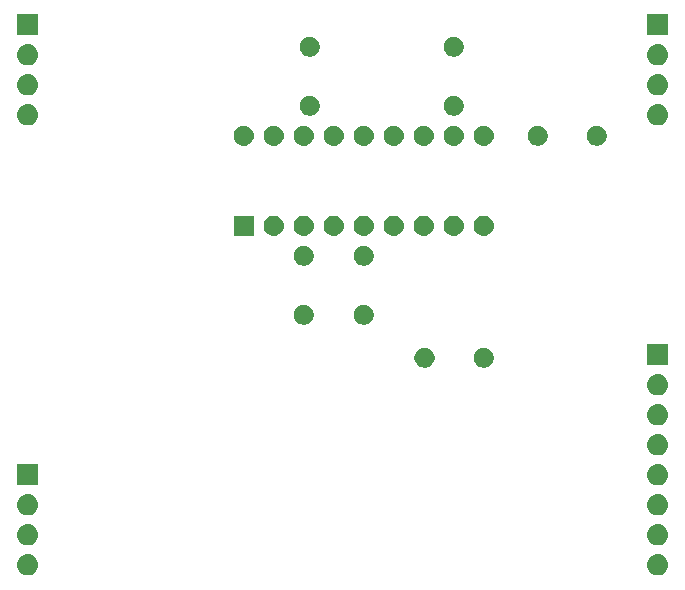
<source format=gbs>
G04 #@! TF.GenerationSoftware,KiCad,Pcbnew,5.1.2-f72e74a~84~ubuntu18.04.1*
G04 #@! TF.CreationDate,2019-06-17T21:00:12-04:00*
G04 #@! TF.ProjectId,CEM3320_LPF_plug_in_board,43454d33-3332-4305-9f4c-50465f706c75,1*
G04 #@! TF.SameCoordinates,Original*
G04 #@! TF.FileFunction,Soldermask,Bot*
G04 #@! TF.FilePolarity,Negative*
%FSLAX46Y46*%
G04 Gerber Fmt 4.6, Leading zero omitted, Abs format (unit mm)*
G04 Created by KiCad (PCBNEW 5.1.2-f72e74a~84~ubuntu18.04.1) date 2019-06-17 21:00:12*
%MOMM*%
%LPD*%
G04 APERTURE LIST*
%ADD10C,0.100000*%
G04 APERTURE END LIST*
D10*
G36*
X182990442Y-123565518D02*
G01*
X183056627Y-123572037D01*
X183226466Y-123623557D01*
X183382991Y-123707222D01*
X183418729Y-123736552D01*
X183520186Y-123819814D01*
X183603448Y-123921271D01*
X183632778Y-123957009D01*
X183716443Y-124113534D01*
X183767963Y-124283373D01*
X183785359Y-124460000D01*
X183767963Y-124636627D01*
X183716443Y-124806466D01*
X183632778Y-124962991D01*
X183603448Y-124998729D01*
X183520186Y-125100186D01*
X183418729Y-125183448D01*
X183382991Y-125212778D01*
X183226466Y-125296443D01*
X183056627Y-125347963D01*
X182990442Y-125354482D01*
X182924260Y-125361000D01*
X182835740Y-125361000D01*
X182769558Y-125354482D01*
X182703373Y-125347963D01*
X182533534Y-125296443D01*
X182377009Y-125212778D01*
X182341271Y-125183448D01*
X182239814Y-125100186D01*
X182156552Y-124998729D01*
X182127222Y-124962991D01*
X182043557Y-124806466D01*
X181992037Y-124636627D01*
X181974641Y-124460000D01*
X181992037Y-124283373D01*
X182043557Y-124113534D01*
X182127222Y-123957009D01*
X182156552Y-123921271D01*
X182239814Y-123819814D01*
X182341271Y-123736552D01*
X182377009Y-123707222D01*
X182533534Y-123623557D01*
X182703373Y-123572037D01*
X182769558Y-123565518D01*
X182835740Y-123559000D01*
X182924260Y-123559000D01*
X182990442Y-123565518D01*
X182990442Y-123565518D01*
G37*
G36*
X129650442Y-123565518D02*
G01*
X129716627Y-123572037D01*
X129886466Y-123623557D01*
X130042991Y-123707222D01*
X130078729Y-123736552D01*
X130180186Y-123819814D01*
X130263448Y-123921271D01*
X130292778Y-123957009D01*
X130376443Y-124113534D01*
X130427963Y-124283373D01*
X130445359Y-124460000D01*
X130427963Y-124636627D01*
X130376443Y-124806466D01*
X130292778Y-124962991D01*
X130263448Y-124998729D01*
X130180186Y-125100186D01*
X130078729Y-125183448D01*
X130042991Y-125212778D01*
X129886466Y-125296443D01*
X129716627Y-125347963D01*
X129650442Y-125354482D01*
X129584260Y-125361000D01*
X129495740Y-125361000D01*
X129429558Y-125354482D01*
X129363373Y-125347963D01*
X129193534Y-125296443D01*
X129037009Y-125212778D01*
X129001271Y-125183448D01*
X128899814Y-125100186D01*
X128816552Y-124998729D01*
X128787222Y-124962991D01*
X128703557Y-124806466D01*
X128652037Y-124636627D01*
X128634641Y-124460000D01*
X128652037Y-124283373D01*
X128703557Y-124113534D01*
X128787222Y-123957009D01*
X128816552Y-123921271D01*
X128899814Y-123819814D01*
X129001271Y-123736552D01*
X129037009Y-123707222D01*
X129193534Y-123623557D01*
X129363373Y-123572037D01*
X129429558Y-123565518D01*
X129495740Y-123559000D01*
X129584260Y-123559000D01*
X129650442Y-123565518D01*
X129650442Y-123565518D01*
G37*
G36*
X182990442Y-121025518D02*
G01*
X183056627Y-121032037D01*
X183226466Y-121083557D01*
X183382991Y-121167222D01*
X183418729Y-121196552D01*
X183520186Y-121279814D01*
X183603448Y-121381271D01*
X183632778Y-121417009D01*
X183716443Y-121573534D01*
X183767963Y-121743373D01*
X183785359Y-121920000D01*
X183767963Y-122096627D01*
X183716443Y-122266466D01*
X183632778Y-122422991D01*
X183603448Y-122458729D01*
X183520186Y-122560186D01*
X183418729Y-122643448D01*
X183382991Y-122672778D01*
X183226466Y-122756443D01*
X183056627Y-122807963D01*
X182990443Y-122814481D01*
X182924260Y-122821000D01*
X182835740Y-122821000D01*
X182769557Y-122814481D01*
X182703373Y-122807963D01*
X182533534Y-122756443D01*
X182377009Y-122672778D01*
X182341271Y-122643448D01*
X182239814Y-122560186D01*
X182156552Y-122458729D01*
X182127222Y-122422991D01*
X182043557Y-122266466D01*
X181992037Y-122096627D01*
X181974641Y-121920000D01*
X181992037Y-121743373D01*
X182043557Y-121573534D01*
X182127222Y-121417009D01*
X182156552Y-121381271D01*
X182239814Y-121279814D01*
X182341271Y-121196552D01*
X182377009Y-121167222D01*
X182533534Y-121083557D01*
X182703373Y-121032037D01*
X182769558Y-121025518D01*
X182835740Y-121019000D01*
X182924260Y-121019000D01*
X182990442Y-121025518D01*
X182990442Y-121025518D01*
G37*
G36*
X129650442Y-121025518D02*
G01*
X129716627Y-121032037D01*
X129886466Y-121083557D01*
X130042991Y-121167222D01*
X130078729Y-121196552D01*
X130180186Y-121279814D01*
X130263448Y-121381271D01*
X130292778Y-121417009D01*
X130376443Y-121573534D01*
X130427963Y-121743373D01*
X130445359Y-121920000D01*
X130427963Y-122096627D01*
X130376443Y-122266466D01*
X130292778Y-122422991D01*
X130263448Y-122458729D01*
X130180186Y-122560186D01*
X130078729Y-122643448D01*
X130042991Y-122672778D01*
X129886466Y-122756443D01*
X129716627Y-122807963D01*
X129650443Y-122814481D01*
X129584260Y-122821000D01*
X129495740Y-122821000D01*
X129429557Y-122814481D01*
X129363373Y-122807963D01*
X129193534Y-122756443D01*
X129037009Y-122672778D01*
X129001271Y-122643448D01*
X128899814Y-122560186D01*
X128816552Y-122458729D01*
X128787222Y-122422991D01*
X128703557Y-122266466D01*
X128652037Y-122096627D01*
X128634641Y-121920000D01*
X128652037Y-121743373D01*
X128703557Y-121573534D01*
X128787222Y-121417009D01*
X128816552Y-121381271D01*
X128899814Y-121279814D01*
X129001271Y-121196552D01*
X129037009Y-121167222D01*
X129193534Y-121083557D01*
X129363373Y-121032037D01*
X129429558Y-121025518D01*
X129495740Y-121019000D01*
X129584260Y-121019000D01*
X129650442Y-121025518D01*
X129650442Y-121025518D01*
G37*
G36*
X129650442Y-118485518D02*
G01*
X129716627Y-118492037D01*
X129886466Y-118543557D01*
X130042991Y-118627222D01*
X130078729Y-118656552D01*
X130180186Y-118739814D01*
X130263448Y-118841271D01*
X130292778Y-118877009D01*
X130376443Y-119033534D01*
X130427963Y-119203373D01*
X130445359Y-119380000D01*
X130427963Y-119556627D01*
X130376443Y-119726466D01*
X130292778Y-119882991D01*
X130263448Y-119918729D01*
X130180186Y-120020186D01*
X130078729Y-120103448D01*
X130042991Y-120132778D01*
X129886466Y-120216443D01*
X129716627Y-120267963D01*
X129650442Y-120274482D01*
X129584260Y-120281000D01*
X129495740Y-120281000D01*
X129429558Y-120274482D01*
X129363373Y-120267963D01*
X129193534Y-120216443D01*
X129037009Y-120132778D01*
X129001271Y-120103448D01*
X128899814Y-120020186D01*
X128816552Y-119918729D01*
X128787222Y-119882991D01*
X128703557Y-119726466D01*
X128652037Y-119556627D01*
X128634641Y-119380000D01*
X128652037Y-119203373D01*
X128703557Y-119033534D01*
X128787222Y-118877009D01*
X128816552Y-118841271D01*
X128899814Y-118739814D01*
X129001271Y-118656552D01*
X129037009Y-118627222D01*
X129193534Y-118543557D01*
X129363373Y-118492037D01*
X129429558Y-118485518D01*
X129495740Y-118479000D01*
X129584260Y-118479000D01*
X129650442Y-118485518D01*
X129650442Y-118485518D01*
G37*
G36*
X182990442Y-118485518D02*
G01*
X183056627Y-118492037D01*
X183226466Y-118543557D01*
X183382991Y-118627222D01*
X183418729Y-118656552D01*
X183520186Y-118739814D01*
X183603448Y-118841271D01*
X183632778Y-118877009D01*
X183716443Y-119033534D01*
X183767963Y-119203373D01*
X183785359Y-119380000D01*
X183767963Y-119556627D01*
X183716443Y-119726466D01*
X183632778Y-119882991D01*
X183603448Y-119918729D01*
X183520186Y-120020186D01*
X183418729Y-120103448D01*
X183382991Y-120132778D01*
X183226466Y-120216443D01*
X183056627Y-120267963D01*
X182990442Y-120274482D01*
X182924260Y-120281000D01*
X182835740Y-120281000D01*
X182769558Y-120274482D01*
X182703373Y-120267963D01*
X182533534Y-120216443D01*
X182377009Y-120132778D01*
X182341271Y-120103448D01*
X182239814Y-120020186D01*
X182156552Y-119918729D01*
X182127222Y-119882991D01*
X182043557Y-119726466D01*
X181992037Y-119556627D01*
X181974641Y-119380000D01*
X181992037Y-119203373D01*
X182043557Y-119033534D01*
X182127222Y-118877009D01*
X182156552Y-118841271D01*
X182239814Y-118739814D01*
X182341271Y-118656552D01*
X182377009Y-118627222D01*
X182533534Y-118543557D01*
X182703373Y-118492037D01*
X182769558Y-118485518D01*
X182835740Y-118479000D01*
X182924260Y-118479000D01*
X182990442Y-118485518D01*
X182990442Y-118485518D01*
G37*
G36*
X182990442Y-115945518D02*
G01*
X183056627Y-115952037D01*
X183226466Y-116003557D01*
X183382991Y-116087222D01*
X183418729Y-116116552D01*
X183520186Y-116199814D01*
X183603448Y-116301271D01*
X183632778Y-116337009D01*
X183716443Y-116493534D01*
X183767963Y-116663373D01*
X183785359Y-116840000D01*
X183767963Y-117016627D01*
X183716443Y-117186466D01*
X183632778Y-117342991D01*
X183603448Y-117378729D01*
X183520186Y-117480186D01*
X183418729Y-117563448D01*
X183382991Y-117592778D01*
X183226466Y-117676443D01*
X183056627Y-117727963D01*
X182990442Y-117734482D01*
X182924260Y-117741000D01*
X182835740Y-117741000D01*
X182769558Y-117734482D01*
X182703373Y-117727963D01*
X182533534Y-117676443D01*
X182377009Y-117592778D01*
X182341271Y-117563448D01*
X182239814Y-117480186D01*
X182156552Y-117378729D01*
X182127222Y-117342991D01*
X182043557Y-117186466D01*
X181992037Y-117016627D01*
X181974641Y-116840000D01*
X181992037Y-116663373D01*
X182043557Y-116493534D01*
X182127222Y-116337009D01*
X182156552Y-116301271D01*
X182239814Y-116199814D01*
X182341271Y-116116552D01*
X182377009Y-116087222D01*
X182533534Y-116003557D01*
X182703373Y-115952037D01*
X182769558Y-115945518D01*
X182835740Y-115939000D01*
X182924260Y-115939000D01*
X182990442Y-115945518D01*
X182990442Y-115945518D01*
G37*
G36*
X130441000Y-117741000D02*
G01*
X128639000Y-117741000D01*
X128639000Y-115939000D01*
X130441000Y-115939000D01*
X130441000Y-117741000D01*
X130441000Y-117741000D01*
G37*
G36*
X182990443Y-113405519D02*
G01*
X183056627Y-113412037D01*
X183226466Y-113463557D01*
X183382991Y-113547222D01*
X183418729Y-113576552D01*
X183520186Y-113659814D01*
X183603448Y-113761271D01*
X183632778Y-113797009D01*
X183716443Y-113953534D01*
X183767963Y-114123373D01*
X183785359Y-114300000D01*
X183767963Y-114476627D01*
X183716443Y-114646466D01*
X183632778Y-114802991D01*
X183603448Y-114838729D01*
X183520186Y-114940186D01*
X183418729Y-115023448D01*
X183382991Y-115052778D01*
X183226466Y-115136443D01*
X183056627Y-115187963D01*
X182990442Y-115194482D01*
X182924260Y-115201000D01*
X182835740Y-115201000D01*
X182769558Y-115194482D01*
X182703373Y-115187963D01*
X182533534Y-115136443D01*
X182377009Y-115052778D01*
X182341271Y-115023448D01*
X182239814Y-114940186D01*
X182156552Y-114838729D01*
X182127222Y-114802991D01*
X182043557Y-114646466D01*
X181992037Y-114476627D01*
X181974641Y-114300000D01*
X181992037Y-114123373D01*
X182043557Y-113953534D01*
X182127222Y-113797009D01*
X182156552Y-113761271D01*
X182239814Y-113659814D01*
X182341271Y-113576552D01*
X182377009Y-113547222D01*
X182533534Y-113463557D01*
X182703373Y-113412037D01*
X182769557Y-113405519D01*
X182835740Y-113399000D01*
X182924260Y-113399000D01*
X182990443Y-113405519D01*
X182990443Y-113405519D01*
G37*
G36*
X182990442Y-110865518D02*
G01*
X183056627Y-110872037D01*
X183226466Y-110923557D01*
X183382991Y-111007222D01*
X183418729Y-111036552D01*
X183520186Y-111119814D01*
X183603448Y-111221271D01*
X183632778Y-111257009D01*
X183716443Y-111413534D01*
X183767963Y-111583373D01*
X183785359Y-111760000D01*
X183767963Y-111936627D01*
X183716443Y-112106466D01*
X183632778Y-112262991D01*
X183603448Y-112298729D01*
X183520186Y-112400186D01*
X183418729Y-112483448D01*
X183382991Y-112512778D01*
X183226466Y-112596443D01*
X183056627Y-112647963D01*
X182990442Y-112654482D01*
X182924260Y-112661000D01*
X182835740Y-112661000D01*
X182769558Y-112654482D01*
X182703373Y-112647963D01*
X182533534Y-112596443D01*
X182377009Y-112512778D01*
X182341271Y-112483448D01*
X182239814Y-112400186D01*
X182156552Y-112298729D01*
X182127222Y-112262991D01*
X182043557Y-112106466D01*
X181992037Y-111936627D01*
X181974641Y-111760000D01*
X181992037Y-111583373D01*
X182043557Y-111413534D01*
X182127222Y-111257009D01*
X182156552Y-111221271D01*
X182239814Y-111119814D01*
X182341271Y-111036552D01*
X182377009Y-111007222D01*
X182533534Y-110923557D01*
X182703373Y-110872037D01*
X182769558Y-110865518D01*
X182835740Y-110859000D01*
X182924260Y-110859000D01*
X182990442Y-110865518D01*
X182990442Y-110865518D01*
G37*
G36*
X182990443Y-108325519D02*
G01*
X183056627Y-108332037D01*
X183226466Y-108383557D01*
X183382991Y-108467222D01*
X183418729Y-108496552D01*
X183520186Y-108579814D01*
X183603448Y-108681271D01*
X183632778Y-108717009D01*
X183716443Y-108873534D01*
X183767963Y-109043373D01*
X183785359Y-109220000D01*
X183767963Y-109396627D01*
X183716443Y-109566466D01*
X183632778Y-109722991D01*
X183603448Y-109758729D01*
X183520186Y-109860186D01*
X183418729Y-109943448D01*
X183382991Y-109972778D01*
X183226466Y-110056443D01*
X183056627Y-110107963D01*
X182990443Y-110114481D01*
X182924260Y-110121000D01*
X182835740Y-110121000D01*
X182769557Y-110114481D01*
X182703373Y-110107963D01*
X182533534Y-110056443D01*
X182377009Y-109972778D01*
X182341271Y-109943448D01*
X182239814Y-109860186D01*
X182156552Y-109758729D01*
X182127222Y-109722991D01*
X182043557Y-109566466D01*
X181992037Y-109396627D01*
X181974641Y-109220000D01*
X181992037Y-109043373D01*
X182043557Y-108873534D01*
X182127222Y-108717009D01*
X182156552Y-108681271D01*
X182239814Y-108579814D01*
X182341271Y-108496552D01*
X182377009Y-108467222D01*
X182533534Y-108383557D01*
X182703373Y-108332037D01*
X182769557Y-108325519D01*
X182835740Y-108319000D01*
X182924260Y-108319000D01*
X182990443Y-108325519D01*
X182990443Y-108325519D01*
G37*
G36*
X168396228Y-106115703D02*
G01*
X168551100Y-106179853D01*
X168690481Y-106272985D01*
X168809015Y-106391519D01*
X168902147Y-106530900D01*
X168966297Y-106685772D01*
X168999000Y-106850184D01*
X168999000Y-107017816D01*
X168966297Y-107182228D01*
X168902147Y-107337100D01*
X168809015Y-107476481D01*
X168690481Y-107595015D01*
X168551100Y-107688147D01*
X168396228Y-107752297D01*
X168231816Y-107785000D01*
X168064184Y-107785000D01*
X167899772Y-107752297D01*
X167744900Y-107688147D01*
X167605519Y-107595015D01*
X167486985Y-107476481D01*
X167393853Y-107337100D01*
X167329703Y-107182228D01*
X167297000Y-107017816D01*
X167297000Y-106850184D01*
X167329703Y-106685772D01*
X167393853Y-106530900D01*
X167486985Y-106391519D01*
X167605519Y-106272985D01*
X167744900Y-106179853D01*
X167899772Y-106115703D01*
X168064184Y-106083000D01*
X168231816Y-106083000D01*
X168396228Y-106115703D01*
X168396228Y-106115703D01*
G37*
G36*
X163396228Y-106115703D02*
G01*
X163551100Y-106179853D01*
X163690481Y-106272985D01*
X163809015Y-106391519D01*
X163902147Y-106530900D01*
X163966297Y-106685772D01*
X163999000Y-106850184D01*
X163999000Y-107017816D01*
X163966297Y-107182228D01*
X163902147Y-107337100D01*
X163809015Y-107476481D01*
X163690481Y-107595015D01*
X163551100Y-107688147D01*
X163396228Y-107752297D01*
X163231816Y-107785000D01*
X163064184Y-107785000D01*
X162899772Y-107752297D01*
X162744900Y-107688147D01*
X162605519Y-107595015D01*
X162486985Y-107476481D01*
X162393853Y-107337100D01*
X162329703Y-107182228D01*
X162297000Y-107017816D01*
X162297000Y-106850184D01*
X162329703Y-106685772D01*
X162393853Y-106530900D01*
X162486985Y-106391519D01*
X162605519Y-106272985D01*
X162744900Y-106179853D01*
X162899772Y-106115703D01*
X163064184Y-106083000D01*
X163231816Y-106083000D01*
X163396228Y-106115703D01*
X163396228Y-106115703D01*
G37*
G36*
X183781000Y-107581000D02*
G01*
X181979000Y-107581000D01*
X181979000Y-105779000D01*
X183781000Y-105779000D01*
X183781000Y-107581000D01*
X183781000Y-107581000D01*
G37*
G36*
X153156228Y-102479703D02*
G01*
X153311100Y-102543853D01*
X153450481Y-102636985D01*
X153569015Y-102755519D01*
X153662147Y-102894900D01*
X153726297Y-103049772D01*
X153759000Y-103214184D01*
X153759000Y-103381816D01*
X153726297Y-103546228D01*
X153662147Y-103701100D01*
X153569015Y-103840481D01*
X153450481Y-103959015D01*
X153311100Y-104052147D01*
X153156228Y-104116297D01*
X152991816Y-104149000D01*
X152824184Y-104149000D01*
X152659772Y-104116297D01*
X152504900Y-104052147D01*
X152365519Y-103959015D01*
X152246985Y-103840481D01*
X152153853Y-103701100D01*
X152089703Y-103546228D01*
X152057000Y-103381816D01*
X152057000Y-103214184D01*
X152089703Y-103049772D01*
X152153853Y-102894900D01*
X152246985Y-102755519D01*
X152365519Y-102636985D01*
X152504900Y-102543853D01*
X152659772Y-102479703D01*
X152824184Y-102447000D01*
X152991816Y-102447000D01*
X153156228Y-102479703D01*
X153156228Y-102479703D01*
G37*
G36*
X158236228Y-102479703D02*
G01*
X158391100Y-102543853D01*
X158530481Y-102636985D01*
X158649015Y-102755519D01*
X158742147Y-102894900D01*
X158806297Y-103049772D01*
X158839000Y-103214184D01*
X158839000Y-103381816D01*
X158806297Y-103546228D01*
X158742147Y-103701100D01*
X158649015Y-103840481D01*
X158530481Y-103959015D01*
X158391100Y-104052147D01*
X158236228Y-104116297D01*
X158071816Y-104149000D01*
X157904184Y-104149000D01*
X157739772Y-104116297D01*
X157584900Y-104052147D01*
X157445519Y-103959015D01*
X157326985Y-103840481D01*
X157233853Y-103701100D01*
X157169703Y-103546228D01*
X157137000Y-103381816D01*
X157137000Y-103214184D01*
X157169703Y-103049772D01*
X157233853Y-102894900D01*
X157326985Y-102755519D01*
X157445519Y-102636985D01*
X157584900Y-102543853D01*
X157739772Y-102479703D01*
X157904184Y-102447000D01*
X158071816Y-102447000D01*
X158236228Y-102479703D01*
X158236228Y-102479703D01*
G37*
G36*
X153156228Y-97479703D02*
G01*
X153311100Y-97543853D01*
X153450481Y-97636985D01*
X153569015Y-97755519D01*
X153662147Y-97894900D01*
X153726297Y-98049772D01*
X153759000Y-98214184D01*
X153759000Y-98381816D01*
X153726297Y-98546228D01*
X153662147Y-98701100D01*
X153569015Y-98840481D01*
X153450481Y-98959015D01*
X153311100Y-99052147D01*
X153156228Y-99116297D01*
X152991816Y-99149000D01*
X152824184Y-99149000D01*
X152659772Y-99116297D01*
X152504900Y-99052147D01*
X152365519Y-98959015D01*
X152246985Y-98840481D01*
X152153853Y-98701100D01*
X152089703Y-98546228D01*
X152057000Y-98381816D01*
X152057000Y-98214184D01*
X152089703Y-98049772D01*
X152153853Y-97894900D01*
X152246985Y-97755519D01*
X152365519Y-97636985D01*
X152504900Y-97543853D01*
X152659772Y-97479703D01*
X152824184Y-97447000D01*
X152991816Y-97447000D01*
X153156228Y-97479703D01*
X153156228Y-97479703D01*
G37*
G36*
X158236228Y-97479703D02*
G01*
X158391100Y-97543853D01*
X158530481Y-97636985D01*
X158649015Y-97755519D01*
X158742147Y-97894900D01*
X158806297Y-98049772D01*
X158839000Y-98214184D01*
X158839000Y-98381816D01*
X158806297Y-98546228D01*
X158742147Y-98701100D01*
X158649015Y-98840481D01*
X158530481Y-98959015D01*
X158391100Y-99052147D01*
X158236228Y-99116297D01*
X158071816Y-99149000D01*
X157904184Y-99149000D01*
X157739772Y-99116297D01*
X157584900Y-99052147D01*
X157445519Y-98959015D01*
X157326985Y-98840481D01*
X157233853Y-98701100D01*
X157169703Y-98546228D01*
X157137000Y-98381816D01*
X157137000Y-98214184D01*
X157169703Y-98049772D01*
X157233853Y-97894900D01*
X157326985Y-97755519D01*
X157445519Y-97636985D01*
X157584900Y-97543853D01*
X157739772Y-97479703D01*
X157904184Y-97447000D01*
X158071816Y-97447000D01*
X158236228Y-97479703D01*
X158236228Y-97479703D01*
G37*
G36*
X168314823Y-94919313D02*
G01*
X168475242Y-94967976D01*
X168607906Y-95038886D01*
X168623078Y-95046996D01*
X168752659Y-95153341D01*
X168859004Y-95282922D01*
X168859005Y-95282924D01*
X168938024Y-95430758D01*
X168986687Y-95591177D01*
X169003117Y-95758000D01*
X168986687Y-95924823D01*
X168938024Y-96085242D01*
X168867114Y-96217906D01*
X168859004Y-96233078D01*
X168752659Y-96362659D01*
X168623078Y-96469004D01*
X168623076Y-96469005D01*
X168475242Y-96548024D01*
X168314823Y-96596687D01*
X168189804Y-96609000D01*
X168106196Y-96609000D01*
X167981177Y-96596687D01*
X167820758Y-96548024D01*
X167672924Y-96469005D01*
X167672922Y-96469004D01*
X167543341Y-96362659D01*
X167436996Y-96233078D01*
X167428886Y-96217906D01*
X167357976Y-96085242D01*
X167309313Y-95924823D01*
X167292883Y-95758000D01*
X167309313Y-95591177D01*
X167357976Y-95430758D01*
X167436995Y-95282924D01*
X167436996Y-95282922D01*
X167543341Y-95153341D01*
X167672922Y-95046996D01*
X167688094Y-95038886D01*
X167820758Y-94967976D01*
X167981177Y-94919313D01*
X168106196Y-94907000D01*
X168189804Y-94907000D01*
X168314823Y-94919313D01*
X168314823Y-94919313D01*
G37*
G36*
X150534823Y-94919313D02*
G01*
X150695242Y-94967976D01*
X150827906Y-95038886D01*
X150843078Y-95046996D01*
X150972659Y-95153341D01*
X151079004Y-95282922D01*
X151079005Y-95282924D01*
X151158024Y-95430758D01*
X151206687Y-95591177D01*
X151223117Y-95758000D01*
X151206687Y-95924823D01*
X151158024Y-96085242D01*
X151087114Y-96217906D01*
X151079004Y-96233078D01*
X150972659Y-96362659D01*
X150843078Y-96469004D01*
X150843076Y-96469005D01*
X150695242Y-96548024D01*
X150534823Y-96596687D01*
X150409804Y-96609000D01*
X150326196Y-96609000D01*
X150201177Y-96596687D01*
X150040758Y-96548024D01*
X149892924Y-96469005D01*
X149892922Y-96469004D01*
X149763341Y-96362659D01*
X149656996Y-96233078D01*
X149648886Y-96217906D01*
X149577976Y-96085242D01*
X149529313Y-95924823D01*
X149512883Y-95758000D01*
X149529313Y-95591177D01*
X149577976Y-95430758D01*
X149656995Y-95282924D01*
X149656996Y-95282922D01*
X149763341Y-95153341D01*
X149892922Y-95046996D01*
X149908094Y-95038886D01*
X150040758Y-94967976D01*
X150201177Y-94919313D01*
X150326196Y-94907000D01*
X150409804Y-94907000D01*
X150534823Y-94919313D01*
X150534823Y-94919313D01*
G37*
G36*
X153074823Y-94919313D02*
G01*
X153235242Y-94967976D01*
X153367906Y-95038886D01*
X153383078Y-95046996D01*
X153512659Y-95153341D01*
X153619004Y-95282922D01*
X153619005Y-95282924D01*
X153698024Y-95430758D01*
X153746687Y-95591177D01*
X153763117Y-95758000D01*
X153746687Y-95924823D01*
X153698024Y-96085242D01*
X153627114Y-96217906D01*
X153619004Y-96233078D01*
X153512659Y-96362659D01*
X153383078Y-96469004D01*
X153383076Y-96469005D01*
X153235242Y-96548024D01*
X153074823Y-96596687D01*
X152949804Y-96609000D01*
X152866196Y-96609000D01*
X152741177Y-96596687D01*
X152580758Y-96548024D01*
X152432924Y-96469005D01*
X152432922Y-96469004D01*
X152303341Y-96362659D01*
X152196996Y-96233078D01*
X152188886Y-96217906D01*
X152117976Y-96085242D01*
X152069313Y-95924823D01*
X152052883Y-95758000D01*
X152069313Y-95591177D01*
X152117976Y-95430758D01*
X152196995Y-95282924D01*
X152196996Y-95282922D01*
X152303341Y-95153341D01*
X152432922Y-95046996D01*
X152448094Y-95038886D01*
X152580758Y-94967976D01*
X152741177Y-94919313D01*
X152866196Y-94907000D01*
X152949804Y-94907000D01*
X153074823Y-94919313D01*
X153074823Y-94919313D01*
G37*
G36*
X155614823Y-94919313D02*
G01*
X155775242Y-94967976D01*
X155907906Y-95038886D01*
X155923078Y-95046996D01*
X156052659Y-95153341D01*
X156159004Y-95282922D01*
X156159005Y-95282924D01*
X156238024Y-95430758D01*
X156286687Y-95591177D01*
X156303117Y-95758000D01*
X156286687Y-95924823D01*
X156238024Y-96085242D01*
X156167114Y-96217906D01*
X156159004Y-96233078D01*
X156052659Y-96362659D01*
X155923078Y-96469004D01*
X155923076Y-96469005D01*
X155775242Y-96548024D01*
X155614823Y-96596687D01*
X155489804Y-96609000D01*
X155406196Y-96609000D01*
X155281177Y-96596687D01*
X155120758Y-96548024D01*
X154972924Y-96469005D01*
X154972922Y-96469004D01*
X154843341Y-96362659D01*
X154736996Y-96233078D01*
X154728886Y-96217906D01*
X154657976Y-96085242D01*
X154609313Y-95924823D01*
X154592883Y-95758000D01*
X154609313Y-95591177D01*
X154657976Y-95430758D01*
X154736995Y-95282924D01*
X154736996Y-95282922D01*
X154843341Y-95153341D01*
X154972922Y-95046996D01*
X154988094Y-95038886D01*
X155120758Y-94967976D01*
X155281177Y-94919313D01*
X155406196Y-94907000D01*
X155489804Y-94907000D01*
X155614823Y-94919313D01*
X155614823Y-94919313D01*
G37*
G36*
X160694823Y-94919313D02*
G01*
X160855242Y-94967976D01*
X160987906Y-95038886D01*
X161003078Y-95046996D01*
X161132659Y-95153341D01*
X161239004Y-95282922D01*
X161239005Y-95282924D01*
X161318024Y-95430758D01*
X161366687Y-95591177D01*
X161383117Y-95758000D01*
X161366687Y-95924823D01*
X161318024Y-96085242D01*
X161247114Y-96217906D01*
X161239004Y-96233078D01*
X161132659Y-96362659D01*
X161003078Y-96469004D01*
X161003076Y-96469005D01*
X160855242Y-96548024D01*
X160694823Y-96596687D01*
X160569804Y-96609000D01*
X160486196Y-96609000D01*
X160361177Y-96596687D01*
X160200758Y-96548024D01*
X160052924Y-96469005D01*
X160052922Y-96469004D01*
X159923341Y-96362659D01*
X159816996Y-96233078D01*
X159808886Y-96217906D01*
X159737976Y-96085242D01*
X159689313Y-95924823D01*
X159672883Y-95758000D01*
X159689313Y-95591177D01*
X159737976Y-95430758D01*
X159816995Y-95282924D01*
X159816996Y-95282922D01*
X159923341Y-95153341D01*
X160052922Y-95046996D01*
X160068094Y-95038886D01*
X160200758Y-94967976D01*
X160361177Y-94919313D01*
X160486196Y-94907000D01*
X160569804Y-94907000D01*
X160694823Y-94919313D01*
X160694823Y-94919313D01*
G37*
G36*
X163234823Y-94919313D02*
G01*
X163395242Y-94967976D01*
X163527906Y-95038886D01*
X163543078Y-95046996D01*
X163672659Y-95153341D01*
X163779004Y-95282922D01*
X163779005Y-95282924D01*
X163858024Y-95430758D01*
X163906687Y-95591177D01*
X163923117Y-95758000D01*
X163906687Y-95924823D01*
X163858024Y-96085242D01*
X163787114Y-96217906D01*
X163779004Y-96233078D01*
X163672659Y-96362659D01*
X163543078Y-96469004D01*
X163543076Y-96469005D01*
X163395242Y-96548024D01*
X163234823Y-96596687D01*
X163109804Y-96609000D01*
X163026196Y-96609000D01*
X162901177Y-96596687D01*
X162740758Y-96548024D01*
X162592924Y-96469005D01*
X162592922Y-96469004D01*
X162463341Y-96362659D01*
X162356996Y-96233078D01*
X162348886Y-96217906D01*
X162277976Y-96085242D01*
X162229313Y-95924823D01*
X162212883Y-95758000D01*
X162229313Y-95591177D01*
X162277976Y-95430758D01*
X162356995Y-95282924D01*
X162356996Y-95282922D01*
X162463341Y-95153341D01*
X162592922Y-95046996D01*
X162608094Y-95038886D01*
X162740758Y-94967976D01*
X162901177Y-94919313D01*
X163026196Y-94907000D01*
X163109804Y-94907000D01*
X163234823Y-94919313D01*
X163234823Y-94919313D01*
G37*
G36*
X148679000Y-96609000D02*
G01*
X146977000Y-96609000D01*
X146977000Y-94907000D01*
X148679000Y-94907000D01*
X148679000Y-96609000D01*
X148679000Y-96609000D01*
G37*
G36*
X165774823Y-94919313D02*
G01*
X165935242Y-94967976D01*
X166067906Y-95038886D01*
X166083078Y-95046996D01*
X166212659Y-95153341D01*
X166319004Y-95282922D01*
X166319005Y-95282924D01*
X166398024Y-95430758D01*
X166446687Y-95591177D01*
X166463117Y-95758000D01*
X166446687Y-95924823D01*
X166398024Y-96085242D01*
X166327114Y-96217906D01*
X166319004Y-96233078D01*
X166212659Y-96362659D01*
X166083078Y-96469004D01*
X166083076Y-96469005D01*
X165935242Y-96548024D01*
X165774823Y-96596687D01*
X165649804Y-96609000D01*
X165566196Y-96609000D01*
X165441177Y-96596687D01*
X165280758Y-96548024D01*
X165132924Y-96469005D01*
X165132922Y-96469004D01*
X165003341Y-96362659D01*
X164896996Y-96233078D01*
X164888886Y-96217906D01*
X164817976Y-96085242D01*
X164769313Y-95924823D01*
X164752883Y-95758000D01*
X164769313Y-95591177D01*
X164817976Y-95430758D01*
X164896995Y-95282924D01*
X164896996Y-95282922D01*
X165003341Y-95153341D01*
X165132922Y-95046996D01*
X165148094Y-95038886D01*
X165280758Y-94967976D01*
X165441177Y-94919313D01*
X165566196Y-94907000D01*
X165649804Y-94907000D01*
X165774823Y-94919313D01*
X165774823Y-94919313D01*
G37*
G36*
X158154823Y-94919313D02*
G01*
X158315242Y-94967976D01*
X158447906Y-95038886D01*
X158463078Y-95046996D01*
X158592659Y-95153341D01*
X158699004Y-95282922D01*
X158699005Y-95282924D01*
X158778024Y-95430758D01*
X158826687Y-95591177D01*
X158843117Y-95758000D01*
X158826687Y-95924823D01*
X158778024Y-96085242D01*
X158707114Y-96217906D01*
X158699004Y-96233078D01*
X158592659Y-96362659D01*
X158463078Y-96469004D01*
X158463076Y-96469005D01*
X158315242Y-96548024D01*
X158154823Y-96596687D01*
X158029804Y-96609000D01*
X157946196Y-96609000D01*
X157821177Y-96596687D01*
X157660758Y-96548024D01*
X157512924Y-96469005D01*
X157512922Y-96469004D01*
X157383341Y-96362659D01*
X157276996Y-96233078D01*
X157268886Y-96217906D01*
X157197976Y-96085242D01*
X157149313Y-95924823D01*
X157132883Y-95758000D01*
X157149313Y-95591177D01*
X157197976Y-95430758D01*
X157276995Y-95282924D01*
X157276996Y-95282922D01*
X157383341Y-95153341D01*
X157512922Y-95046996D01*
X157528094Y-95038886D01*
X157660758Y-94967976D01*
X157821177Y-94919313D01*
X157946196Y-94907000D01*
X158029804Y-94907000D01*
X158154823Y-94919313D01*
X158154823Y-94919313D01*
G37*
G36*
X158154823Y-87299313D02*
G01*
X158315242Y-87347976D01*
X158382361Y-87383852D01*
X158463078Y-87426996D01*
X158592659Y-87533341D01*
X158699004Y-87662922D01*
X158699005Y-87662924D01*
X158778024Y-87810758D01*
X158826687Y-87971177D01*
X158843117Y-88138000D01*
X158826687Y-88304823D01*
X158778024Y-88465242D01*
X158737477Y-88541100D01*
X158699004Y-88613078D01*
X158592659Y-88742659D01*
X158463078Y-88849004D01*
X158463076Y-88849005D01*
X158315242Y-88928024D01*
X158154823Y-88976687D01*
X158029804Y-88989000D01*
X157946196Y-88989000D01*
X157821177Y-88976687D01*
X157660758Y-88928024D01*
X157512924Y-88849005D01*
X157512922Y-88849004D01*
X157383341Y-88742659D01*
X157276996Y-88613078D01*
X157238523Y-88541100D01*
X157197976Y-88465242D01*
X157149313Y-88304823D01*
X157132883Y-88138000D01*
X157149313Y-87971177D01*
X157197976Y-87810758D01*
X157276995Y-87662924D01*
X157276996Y-87662922D01*
X157383341Y-87533341D01*
X157512922Y-87426996D01*
X157593639Y-87383852D01*
X157660758Y-87347976D01*
X157821177Y-87299313D01*
X157946196Y-87287000D01*
X158029804Y-87287000D01*
X158154823Y-87299313D01*
X158154823Y-87299313D01*
G37*
G36*
X155614823Y-87299313D02*
G01*
X155775242Y-87347976D01*
X155842361Y-87383852D01*
X155923078Y-87426996D01*
X156052659Y-87533341D01*
X156159004Y-87662922D01*
X156159005Y-87662924D01*
X156238024Y-87810758D01*
X156286687Y-87971177D01*
X156303117Y-88138000D01*
X156286687Y-88304823D01*
X156238024Y-88465242D01*
X156197477Y-88541100D01*
X156159004Y-88613078D01*
X156052659Y-88742659D01*
X155923078Y-88849004D01*
X155923076Y-88849005D01*
X155775242Y-88928024D01*
X155614823Y-88976687D01*
X155489804Y-88989000D01*
X155406196Y-88989000D01*
X155281177Y-88976687D01*
X155120758Y-88928024D01*
X154972924Y-88849005D01*
X154972922Y-88849004D01*
X154843341Y-88742659D01*
X154736996Y-88613078D01*
X154698523Y-88541100D01*
X154657976Y-88465242D01*
X154609313Y-88304823D01*
X154592883Y-88138000D01*
X154609313Y-87971177D01*
X154657976Y-87810758D01*
X154736995Y-87662924D01*
X154736996Y-87662922D01*
X154843341Y-87533341D01*
X154972922Y-87426996D01*
X155053639Y-87383852D01*
X155120758Y-87347976D01*
X155281177Y-87299313D01*
X155406196Y-87287000D01*
X155489804Y-87287000D01*
X155614823Y-87299313D01*
X155614823Y-87299313D01*
G37*
G36*
X160694823Y-87299313D02*
G01*
X160855242Y-87347976D01*
X160922361Y-87383852D01*
X161003078Y-87426996D01*
X161132659Y-87533341D01*
X161239004Y-87662922D01*
X161239005Y-87662924D01*
X161318024Y-87810758D01*
X161366687Y-87971177D01*
X161383117Y-88138000D01*
X161366687Y-88304823D01*
X161318024Y-88465242D01*
X161277477Y-88541100D01*
X161239004Y-88613078D01*
X161132659Y-88742659D01*
X161003078Y-88849004D01*
X161003076Y-88849005D01*
X160855242Y-88928024D01*
X160694823Y-88976687D01*
X160569804Y-88989000D01*
X160486196Y-88989000D01*
X160361177Y-88976687D01*
X160200758Y-88928024D01*
X160052924Y-88849005D01*
X160052922Y-88849004D01*
X159923341Y-88742659D01*
X159816996Y-88613078D01*
X159778523Y-88541100D01*
X159737976Y-88465242D01*
X159689313Y-88304823D01*
X159672883Y-88138000D01*
X159689313Y-87971177D01*
X159737976Y-87810758D01*
X159816995Y-87662924D01*
X159816996Y-87662922D01*
X159923341Y-87533341D01*
X160052922Y-87426996D01*
X160133639Y-87383852D01*
X160200758Y-87347976D01*
X160361177Y-87299313D01*
X160486196Y-87287000D01*
X160569804Y-87287000D01*
X160694823Y-87299313D01*
X160694823Y-87299313D01*
G37*
G36*
X163234823Y-87299313D02*
G01*
X163395242Y-87347976D01*
X163462361Y-87383852D01*
X163543078Y-87426996D01*
X163672659Y-87533341D01*
X163779004Y-87662922D01*
X163779005Y-87662924D01*
X163858024Y-87810758D01*
X163906687Y-87971177D01*
X163923117Y-88138000D01*
X163906687Y-88304823D01*
X163858024Y-88465242D01*
X163817477Y-88541100D01*
X163779004Y-88613078D01*
X163672659Y-88742659D01*
X163543078Y-88849004D01*
X163543076Y-88849005D01*
X163395242Y-88928024D01*
X163234823Y-88976687D01*
X163109804Y-88989000D01*
X163026196Y-88989000D01*
X162901177Y-88976687D01*
X162740758Y-88928024D01*
X162592924Y-88849005D01*
X162592922Y-88849004D01*
X162463341Y-88742659D01*
X162356996Y-88613078D01*
X162318523Y-88541100D01*
X162277976Y-88465242D01*
X162229313Y-88304823D01*
X162212883Y-88138000D01*
X162229313Y-87971177D01*
X162277976Y-87810758D01*
X162356995Y-87662924D01*
X162356996Y-87662922D01*
X162463341Y-87533341D01*
X162592922Y-87426996D01*
X162673639Y-87383852D01*
X162740758Y-87347976D01*
X162901177Y-87299313D01*
X163026196Y-87287000D01*
X163109804Y-87287000D01*
X163234823Y-87299313D01*
X163234823Y-87299313D01*
G37*
G36*
X165774823Y-87299313D02*
G01*
X165935242Y-87347976D01*
X166002361Y-87383852D01*
X166083078Y-87426996D01*
X166212659Y-87533341D01*
X166319004Y-87662922D01*
X166319005Y-87662924D01*
X166398024Y-87810758D01*
X166446687Y-87971177D01*
X166463117Y-88138000D01*
X166446687Y-88304823D01*
X166398024Y-88465242D01*
X166357477Y-88541100D01*
X166319004Y-88613078D01*
X166212659Y-88742659D01*
X166083078Y-88849004D01*
X166083076Y-88849005D01*
X165935242Y-88928024D01*
X165774823Y-88976687D01*
X165649804Y-88989000D01*
X165566196Y-88989000D01*
X165441177Y-88976687D01*
X165280758Y-88928024D01*
X165132924Y-88849005D01*
X165132922Y-88849004D01*
X165003341Y-88742659D01*
X164896996Y-88613078D01*
X164858523Y-88541100D01*
X164817976Y-88465242D01*
X164769313Y-88304823D01*
X164752883Y-88138000D01*
X164769313Y-87971177D01*
X164817976Y-87810758D01*
X164896995Y-87662924D01*
X164896996Y-87662922D01*
X165003341Y-87533341D01*
X165132922Y-87426996D01*
X165213639Y-87383852D01*
X165280758Y-87347976D01*
X165441177Y-87299313D01*
X165566196Y-87287000D01*
X165649804Y-87287000D01*
X165774823Y-87299313D01*
X165774823Y-87299313D01*
G37*
G36*
X172968228Y-87319703D02*
G01*
X173123100Y-87383853D01*
X173262481Y-87476985D01*
X173381015Y-87595519D01*
X173474147Y-87734900D01*
X173538297Y-87889772D01*
X173571000Y-88054184D01*
X173571000Y-88221816D01*
X173538297Y-88386228D01*
X173474147Y-88541100D01*
X173381015Y-88680481D01*
X173262481Y-88799015D01*
X173123100Y-88892147D01*
X172968228Y-88956297D01*
X172803816Y-88989000D01*
X172636184Y-88989000D01*
X172471772Y-88956297D01*
X172316900Y-88892147D01*
X172177519Y-88799015D01*
X172058985Y-88680481D01*
X171965853Y-88541100D01*
X171901703Y-88386228D01*
X171869000Y-88221816D01*
X171869000Y-88054184D01*
X171901703Y-87889772D01*
X171965853Y-87734900D01*
X172058985Y-87595519D01*
X172177519Y-87476985D01*
X172316900Y-87383853D01*
X172471772Y-87319703D01*
X172636184Y-87287000D01*
X172803816Y-87287000D01*
X172968228Y-87319703D01*
X172968228Y-87319703D01*
G37*
G36*
X177968228Y-87319703D02*
G01*
X178123100Y-87383853D01*
X178262481Y-87476985D01*
X178381015Y-87595519D01*
X178474147Y-87734900D01*
X178538297Y-87889772D01*
X178571000Y-88054184D01*
X178571000Y-88221816D01*
X178538297Y-88386228D01*
X178474147Y-88541100D01*
X178381015Y-88680481D01*
X178262481Y-88799015D01*
X178123100Y-88892147D01*
X177968228Y-88956297D01*
X177803816Y-88989000D01*
X177636184Y-88989000D01*
X177471772Y-88956297D01*
X177316900Y-88892147D01*
X177177519Y-88799015D01*
X177058985Y-88680481D01*
X176965853Y-88541100D01*
X176901703Y-88386228D01*
X176869000Y-88221816D01*
X176869000Y-88054184D01*
X176901703Y-87889772D01*
X176965853Y-87734900D01*
X177058985Y-87595519D01*
X177177519Y-87476985D01*
X177316900Y-87383853D01*
X177471772Y-87319703D01*
X177636184Y-87287000D01*
X177803816Y-87287000D01*
X177968228Y-87319703D01*
X177968228Y-87319703D01*
G37*
G36*
X147994823Y-87299313D02*
G01*
X148155242Y-87347976D01*
X148222361Y-87383852D01*
X148303078Y-87426996D01*
X148432659Y-87533341D01*
X148539004Y-87662922D01*
X148539005Y-87662924D01*
X148618024Y-87810758D01*
X148666687Y-87971177D01*
X148683117Y-88138000D01*
X148666687Y-88304823D01*
X148618024Y-88465242D01*
X148577477Y-88541100D01*
X148539004Y-88613078D01*
X148432659Y-88742659D01*
X148303078Y-88849004D01*
X148303076Y-88849005D01*
X148155242Y-88928024D01*
X147994823Y-88976687D01*
X147869804Y-88989000D01*
X147786196Y-88989000D01*
X147661177Y-88976687D01*
X147500758Y-88928024D01*
X147352924Y-88849005D01*
X147352922Y-88849004D01*
X147223341Y-88742659D01*
X147116996Y-88613078D01*
X147078523Y-88541100D01*
X147037976Y-88465242D01*
X146989313Y-88304823D01*
X146972883Y-88138000D01*
X146989313Y-87971177D01*
X147037976Y-87810758D01*
X147116995Y-87662924D01*
X147116996Y-87662922D01*
X147223341Y-87533341D01*
X147352922Y-87426996D01*
X147433639Y-87383852D01*
X147500758Y-87347976D01*
X147661177Y-87299313D01*
X147786196Y-87287000D01*
X147869804Y-87287000D01*
X147994823Y-87299313D01*
X147994823Y-87299313D01*
G37*
G36*
X150534823Y-87299313D02*
G01*
X150695242Y-87347976D01*
X150762361Y-87383852D01*
X150843078Y-87426996D01*
X150972659Y-87533341D01*
X151079004Y-87662922D01*
X151079005Y-87662924D01*
X151158024Y-87810758D01*
X151206687Y-87971177D01*
X151223117Y-88138000D01*
X151206687Y-88304823D01*
X151158024Y-88465242D01*
X151117477Y-88541100D01*
X151079004Y-88613078D01*
X150972659Y-88742659D01*
X150843078Y-88849004D01*
X150843076Y-88849005D01*
X150695242Y-88928024D01*
X150534823Y-88976687D01*
X150409804Y-88989000D01*
X150326196Y-88989000D01*
X150201177Y-88976687D01*
X150040758Y-88928024D01*
X149892924Y-88849005D01*
X149892922Y-88849004D01*
X149763341Y-88742659D01*
X149656996Y-88613078D01*
X149618523Y-88541100D01*
X149577976Y-88465242D01*
X149529313Y-88304823D01*
X149512883Y-88138000D01*
X149529313Y-87971177D01*
X149577976Y-87810758D01*
X149656995Y-87662924D01*
X149656996Y-87662922D01*
X149763341Y-87533341D01*
X149892922Y-87426996D01*
X149973639Y-87383852D01*
X150040758Y-87347976D01*
X150201177Y-87299313D01*
X150326196Y-87287000D01*
X150409804Y-87287000D01*
X150534823Y-87299313D01*
X150534823Y-87299313D01*
G37*
G36*
X153074823Y-87299313D02*
G01*
X153235242Y-87347976D01*
X153302361Y-87383852D01*
X153383078Y-87426996D01*
X153512659Y-87533341D01*
X153619004Y-87662922D01*
X153619005Y-87662924D01*
X153698024Y-87810758D01*
X153746687Y-87971177D01*
X153763117Y-88138000D01*
X153746687Y-88304823D01*
X153698024Y-88465242D01*
X153657477Y-88541100D01*
X153619004Y-88613078D01*
X153512659Y-88742659D01*
X153383078Y-88849004D01*
X153383076Y-88849005D01*
X153235242Y-88928024D01*
X153074823Y-88976687D01*
X152949804Y-88989000D01*
X152866196Y-88989000D01*
X152741177Y-88976687D01*
X152580758Y-88928024D01*
X152432924Y-88849005D01*
X152432922Y-88849004D01*
X152303341Y-88742659D01*
X152196996Y-88613078D01*
X152158523Y-88541100D01*
X152117976Y-88465242D01*
X152069313Y-88304823D01*
X152052883Y-88138000D01*
X152069313Y-87971177D01*
X152117976Y-87810758D01*
X152196995Y-87662924D01*
X152196996Y-87662922D01*
X152303341Y-87533341D01*
X152432922Y-87426996D01*
X152513639Y-87383852D01*
X152580758Y-87347976D01*
X152741177Y-87299313D01*
X152866196Y-87287000D01*
X152949804Y-87287000D01*
X153074823Y-87299313D01*
X153074823Y-87299313D01*
G37*
G36*
X168314823Y-87299313D02*
G01*
X168475242Y-87347976D01*
X168542361Y-87383852D01*
X168623078Y-87426996D01*
X168752659Y-87533341D01*
X168859004Y-87662922D01*
X168859005Y-87662924D01*
X168938024Y-87810758D01*
X168986687Y-87971177D01*
X169003117Y-88138000D01*
X168986687Y-88304823D01*
X168938024Y-88465242D01*
X168897477Y-88541100D01*
X168859004Y-88613078D01*
X168752659Y-88742659D01*
X168623078Y-88849004D01*
X168623076Y-88849005D01*
X168475242Y-88928024D01*
X168314823Y-88976687D01*
X168189804Y-88989000D01*
X168106196Y-88989000D01*
X167981177Y-88976687D01*
X167820758Y-88928024D01*
X167672924Y-88849005D01*
X167672922Y-88849004D01*
X167543341Y-88742659D01*
X167436996Y-88613078D01*
X167398523Y-88541100D01*
X167357976Y-88465242D01*
X167309313Y-88304823D01*
X167292883Y-88138000D01*
X167309313Y-87971177D01*
X167357976Y-87810758D01*
X167436995Y-87662924D01*
X167436996Y-87662922D01*
X167543341Y-87533341D01*
X167672922Y-87426996D01*
X167753639Y-87383852D01*
X167820758Y-87347976D01*
X167981177Y-87299313D01*
X168106196Y-87287000D01*
X168189804Y-87287000D01*
X168314823Y-87299313D01*
X168314823Y-87299313D01*
G37*
G36*
X182990442Y-85465518D02*
G01*
X183056627Y-85472037D01*
X183226466Y-85523557D01*
X183382991Y-85607222D01*
X183418729Y-85636552D01*
X183520186Y-85719814D01*
X183603448Y-85821271D01*
X183632778Y-85857009D01*
X183716443Y-86013534D01*
X183767963Y-86183373D01*
X183785359Y-86360000D01*
X183767963Y-86536627D01*
X183716443Y-86706466D01*
X183632778Y-86862991D01*
X183603448Y-86898729D01*
X183520186Y-87000186D01*
X183418729Y-87083448D01*
X183382991Y-87112778D01*
X183226466Y-87196443D01*
X183056627Y-87247963D01*
X182990442Y-87254482D01*
X182924260Y-87261000D01*
X182835740Y-87261000D01*
X182769558Y-87254482D01*
X182703373Y-87247963D01*
X182533534Y-87196443D01*
X182377009Y-87112778D01*
X182341271Y-87083448D01*
X182239814Y-87000186D01*
X182156552Y-86898729D01*
X182127222Y-86862991D01*
X182043557Y-86706466D01*
X181992037Y-86536627D01*
X181974641Y-86360000D01*
X181992037Y-86183373D01*
X182043557Y-86013534D01*
X182127222Y-85857009D01*
X182156552Y-85821271D01*
X182239814Y-85719814D01*
X182341271Y-85636552D01*
X182377009Y-85607222D01*
X182533534Y-85523557D01*
X182703373Y-85472037D01*
X182769558Y-85465518D01*
X182835740Y-85459000D01*
X182924260Y-85459000D01*
X182990442Y-85465518D01*
X182990442Y-85465518D01*
G37*
G36*
X129650442Y-85465518D02*
G01*
X129716627Y-85472037D01*
X129886466Y-85523557D01*
X130042991Y-85607222D01*
X130078729Y-85636552D01*
X130180186Y-85719814D01*
X130263448Y-85821271D01*
X130292778Y-85857009D01*
X130376443Y-86013534D01*
X130427963Y-86183373D01*
X130445359Y-86360000D01*
X130427963Y-86536627D01*
X130376443Y-86706466D01*
X130292778Y-86862991D01*
X130263448Y-86898729D01*
X130180186Y-87000186D01*
X130078729Y-87083448D01*
X130042991Y-87112778D01*
X129886466Y-87196443D01*
X129716627Y-87247963D01*
X129650442Y-87254482D01*
X129584260Y-87261000D01*
X129495740Y-87261000D01*
X129429558Y-87254482D01*
X129363373Y-87247963D01*
X129193534Y-87196443D01*
X129037009Y-87112778D01*
X129001271Y-87083448D01*
X128899814Y-87000186D01*
X128816552Y-86898729D01*
X128787222Y-86862991D01*
X128703557Y-86706466D01*
X128652037Y-86536627D01*
X128634641Y-86360000D01*
X128652037Y-86183373D01*
X128703557Y-86013534D01*
X128787222Y-85857009D01*
X128816552Y-85821271D01*
X128899814Y-85719814D01*
X129001271Y-85636552D01*
X129037009Y-85607222D01*
X129193534Y-85523557D01*
X129363373Y-85472037D01*
X129429558Y-85465518D01*
X129495740Y-85459000D01*
X129584260Y-85459000D01*
X129650442Y-85465518D01*
X129650442Y-85465518D01*
G37*
G36*
X165856228Y-84779703D02*
G01*
X166011100Y-84843853D01*
X166150481Y-84936985D01*
X166269015Y-85055519D01*
X166362147Y-85194900D01*
X166426297Y-85349772D01*
X166459000Y-85514184D01*
X166459000Y-85681816D01*
X166426297Y-85846228D01*
X166362147Y-86001100D01*
X166269015Y-86140481D01*
X166150481Y-86259015D01*
X166011100Y-86352147D01*
X165856228Y-86416297D01*
X165691816Y-86449000D01*
X165524184Y-86449000D01*
X165359772Y-86416297D01*
X165204900Y-86352147D01*
X165065519Y-86259015D01*
X164946985Y-86140481D01*
X164853853Y-86001100D01*
X164789703Y-85846228D01*
X164757000Y-85681816D01*
X164757000Y-85514184D01*
X164789703Y-85349772D01*
X164853853Y-85194900D01*
X164946985Y-85055519D01*
X165065519Y-84936985D01*
X165204900Y-84843853D01*
X165359772Y-84779703D01*
X165524184Y-84747000D01*
X165691816Y-84747000D01*
X165856228Y-84779703D01*
X165856228Y-84779703D01*
G37*
G36*
X153664228Y-84779703D02*
G01*
X153819100Y-84843853D01*
X153958481Y-84936985D01*
X154077015Y-85055519D01*
X154170147Y-85194900D01*
X154234297Y-85349772D01*
X154267000Y-85514184D01*
X154267000Y-85681816D01*
X154234297Y-85846228D01*
X154170147Y-86001100D01*
X154077015Y-86140481D01*
X153958481Y-86259015D01*
X153819100Y-86352147D01*
X153664228Y-86416297D01*
X153499816Y-86449000D01*
X153332184Y-86449000D01*
X153167772Y-86416297D01*
X153012900Y-86352147D01*
X152873519Y-86259015D01*
X152754985Y-86140481D01*
X152661853Y-86001100D01*
X152597703Y-85846228D01*
X152565000Y-85681816D01*
X152565000Y-85514184D01*
X152597703Y-85349772D01*
X152661853Y-85194900D01*
X152754985Y-85055519D01*
X152873519Y-84936985D01*
X153012900Y-84843853D01*
X153167772Y-84779703D01*
X153332184Y-84747000D01*
X153499816Y-84747000D01*
X153664228Y-84779703D01*
X153664228Y-84779703D01*
G37*
G36*
X182990443Y-82925519D02*
G01*
X183056627Y-82932037D01*
X183226466Y-82983557D01*
X183382991Y-83067222D01*
X183418729Y-83096552D01*
X183520186Y-83179814D01*
X183603448Y-83281271D01*
X183632778Y-83317009D01*
X183716443Y-83473534D01*
X183767963Y-83643373D01*
X183785359Y-83820000D01*
X183767963Y-83996627D01*
X183716443Y-84166466D01*
X183632778Y-84322991D01*
X183603448Y-84358729D01*
X183520186Y-84460186D01*
X183418729Y-84543448D01*
X183382991Y-84572778D01*
X183226466Y-84656443D01*
X183056627Y-84707963D01*
X182990443Y-84714481D01*
X182924260Y-84721000D01*
X182835740Y-84721000D01*
X182769557Y-84714481D01*
X182703373Y-84707963D01*
X182533534Y-84656443D01*
X182377009Y-84572778D01*
X182341271Y-84543448D01*
X182239814Y-84460186D01*
X182156552Y-84358729D01*
X182127222Y-84322991D01*
X182043557Y-84166466D01*
X181992037Y-83996627D01*
X181974641Y-83820000D01*
X181992037Y-83643373D01*
X182043557Y-83473534D01*
X182127222Y-83317009D01*
X182156552Y-83281271D01*
X182239814Y-83179814D01*
X182341271Y-83096552D01*
X182377009Y-83067222D01*
X182533534Y-82983557D01*
X182703373Y-82932037D01*
X182769557Y-82925519D01*
X182835740Y-82919000D01*
X182924260Y-82919000D01*
X182990443Y-82925519D01*
X182990443Y-82925519D01*
G37*
G36*
X129650443Y-82925519D02*
G01*
X129716627Y-82932037D01*
X129886466Y-82983557D01*
X130042991Y-83067222D01*
X130078729Y-83096552D01*
X130180186Y-83179814D01*
X130263448Y-83281271D01*
X130292778Y-83317009D01*
X130376443Y-83473534D01*
X130427963Y-83643373D01*
X130445359Y-83820000D01*
X130427963Y-83996627D01*
X130376443Y-84166466D01*
X130292778Y-84322991D01*
X130263448Y-84358729D01*
X130180186Y-84460186D01*
X130078729Y-84543448D01*
X130042991Y-84572778D01*
X129886466Y-84656443D01*
X129716627Y-84707963D01*
X129650443Y-84714481D01*
X129584260Y-84721000D01*
X129495740Y-84721000D01*
X129429557Y-84714481D01*
X129363373Y-84707963D01*
X129193534Y-84656443D01*
X129037009Y-84572778D01*
X129001271Y-84543448D01*
X128899814Y-84460186D01*
X128816552Y-84358729D01*
X128787222Y-84322991D01*
X128703557Y-84166466D01*
X128652037Y-83996627D01*
X128634641Y-83820000D01*
X128652037Y-83643373D01*
X128703557Y-83473534D01*
X128787222Y-83317009D01*
X128816552Y-83281271D01*
X128899814Y-83179814D01*
X129001271Y-83096552D01*
X129037009Y-83067222D01*
X129193534Y-82983557D01*
X129363373Y-82932037D01*
X129429557Y-82925519D01*
X129495740Y-82919000D01*
X129584260Y-82919000D01*
X129650443Y-82925519D01*
X129650443Y-82925519D01*
G37*
G36*
X182990442Y-80385518D02*
G01*
X183056627Y-80392037D01*
X183226466Y-80443557D01*
X183382991Y-80527222D01*
X183418729Y-80556552D01*
X183520186Y-80639814D01*
X183603448Y-80741271D01*
X183632778Y-80777009D01*
X183716443Y-80933534D01*
X183767963Y-81103373D01*
X183785359Y-81280000D01*
X183767963Y-81456627D01*
X183716443Y-81626466D01*
X183632778Y-81782991D01*
X183603448Y-81818729D01*
X183520186Y-81920186D01*
X183418729Y-82003448D01*
X183382991Y-82032778D01*
X183226466Y-82116443D01*
X183056627Y-82167963D01*
X182990443Y-82174481D01*
X182924260Y-82181000D01*
X182835740Y-82181000D01*
X182769557Y-82174481D01*
X182703373Y-82167963D01*
X182533534Y-82116443D01*
X182377009Y-82032778D01*
X182341271Y-82003448D01*
X182239814Y-81920186D01*
X182156552Y-81818729D01*
X182127222Y-81782991D01*
X182043557Y-81626466D01*
X181992037Y-81456627D01*
X181974641Y-81280000D01*
X181992037Y-81103373D01*
X182043557Y-80933534D01*
X182127222Y-80777009D01*
X182156552Y-80741271D01*
X182239814Y-80639814D01*
X182341271Y-80556552D01*
X182377009Y-80527222D01*
X182533534Y-80443557D01*
X182703373Y-80392037D01*
X182769558Y-80385518D01*
X182835740Y-80379000D01*
X182924260Y-80379000D01*
X182990442Y-80385518D01*
X182990442Y-80385518D01*
G37*
G36*
X129650442Y-80385518D02*
G01*
X129716627Y-80392037D01*
X129886466Y-80443557D01*
X130042991Y-80527222D01*
X130078729Y-80556552D01*
X130180186Y-80639814D01*
X130263448Y-80741271D01*
X130292778Y-80777009D01*
X130376443Y-80933534D01*
X130427963Y-81103373D01*
X130445359Y-81280000D01*
X130427963Y-81456627D01*
X130376443Y-81626466D01*
X130292778Y-81782991D01*
X130263448Y-81818729D01*
X130180186Y-81920186D01*
X130078729Y-82003448D01*
X130042991Y-82032778D01*
X129886466Y-82116443D01*
X129716627Y-82167963D01*
X129650443Y-82174481D01*
X129584260Y-82181000D01*
X129495740Y-82181000D01*
X129429557Y-82174481D01*
X129363373Y-82167963D01*
X129193534Y-82116443D01*
X129037009Y-82032778D01*
X129001271Y-82003448D01*
X128899814Y-81920186D01*
X128816552Y-81818729D01*
X128787222Y-81782991D01*
X128703557Y-81626466D01*
X128652037Y-81456627D01*
X128634641Y-81280000D01*
X128652037Y-81103373D01*
X128703557Y-80933534D01*
X128787222Y-80777009D01*
X128816552Y-80741271D01*
X128899814Y-80639814D01*
X129001271Y-80556552D01*
X129037009Y-80527222D01*
X129193534Y-80443557D01*
X129363373Y-80392037D01*
X129429558Y-80385518D01*
X129495740Y-80379000D01*
X129584260Y-80379000D01*
X129650442Y-80385518D01*
X129650442Y-80385518D01*
G37*
G36*
X153664228Y-79779703D02*
G01*
X153819100Y-79843853D01*
X153958481Y-79936985D01*
X154077015Y-80055519D01*
X154170147Y-80194900D01*
X154234297Y-80349772D01*
X154267000Y-80514184D01*
X154267000Y-80681816D01*
X154234297Y-80846228D01*
X154170147Y-81001100D01*
X154077015Y-81140481D01*
X153958481Y-81259015D01*
X153819100Y-81352147D01*
X153664228Y-81416297D01*
X153499816Y-81449000D01*
X153332184Y-81449000D01*
X153167772Y-81416297D01*
X153012900Y-81352147D01*
X152873519Y-81259015D01*
X152754985Y-81140481D01*
X152661853Y-81001100D01*
X152597703Y-80846228D01*
X152565000Y-80681816D01*
X152565000Y-80514184D01*
X152597703Y-80349772D01*
X152661853Y-80194900D01*
X152754985Y-80055519D01*
X152873519Y-79936985D01*
X153012900Y-79843853D01*
X153167772Y-79779703D01*
X153332184Y-79747000D01*
X153499816Y-79747000D01*
X153664228Y-79779703D01*
X153664228Y-79779703D01*
G37*
G36*
X165856228Y-79779703D02*
G01*
X166011100Y-79843853D01*
X166150481Y-79936985D01*
X166269015Y-80055519D01*
X166362147Y-80194900D01*
X166426297Y-80349772D01*
X166459000Y-80514184D01*
X166459000Y-80681816D01*
X166426297Y-80846228D01*
X166362147Y-81001100D01*
X166269015Y-81140481D01*
X166150481Y-81259015D01*
X166011100Y-81352147D01*
X165856228Y-81416297D01*
X165691816Y-81449000D01*
X165524184Y-81449000D01*
X165359772Y-81416297D01*
X165204900Y-81352147D01*
X165065519Y-81259015D01*
X164946985Y-81140481D01*
X164853853Y-81001100D01*
X164789703Y-80846228D01*
X164757000Y-80681816D01*
X164757000Y-80514184D01*
X164789703Y-80349772D01*
X164853853Y-80194900D01*
X164946985Y-80055519D01*
X165065519Y-79936985D01*
X165204900Y-79843853D01*
X165359772Y-79779703D01*
X165524184Y-79747000D01*
X165691816Y-79747000D01*
X165856228Y-79779703D01*
X165856228Y-79779703D01*
G37*
G36*
X183781000Y-79641000D02*
G01*
X181979000Y-79641000D01*
X181979000Y-77839000D01*
X183781000Y-77839000D01*
X183781000Y-79641000D01*
X183781000Y-79641000D01*
G37*
G36*
X130441000Y-79641000D02*
G01*
X128639000Y-79641000D01*
X128639000Y-77839000D01*
X130441000Y-77839000D01*
X130441000Y-79641000D01*
X130441000Y-79641000D01*
G37*
M02*

</source>
